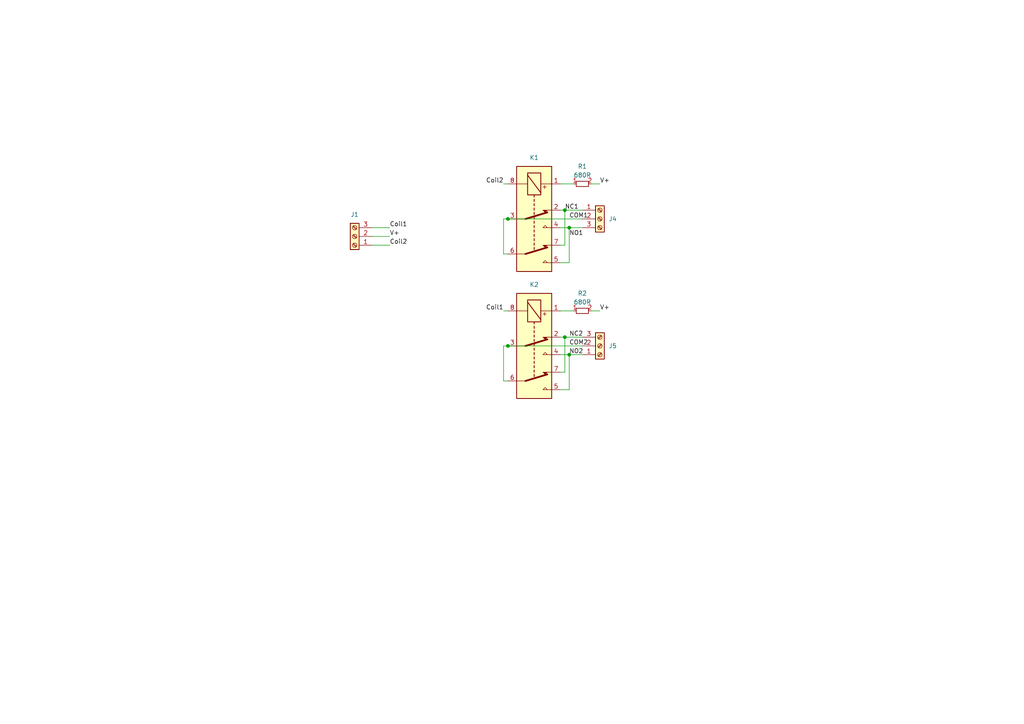
<source format=kicad_sch>
(kicad_sch (version 20231120) (generator "eeschema") (generator_version "8.0")
  (paper "A4")
  (lib_symbols
    (symbol "Connector:Screw_Terminal_01x03" (pin_names (offset 1.016) hide)
      (property "Reference" "J" (at 0 5.08 0))
      (property "Value" "Screw_Terminal_01x03" (at 0 -5.08 0))
      (symbol "Screw_Terminal_01x03_1_1"
        (rectangle (start -1.27 3.81) (end 1.27 -3.81) (stroke (width 0.254)) (fill (type background)))
        (circle (center 0 -2.54) (radius 0.635) (stroke (width 0.1524)))
        (polyline (pts (xy -0.5334 -2.2098) (xy 0.3302 -3.048)) (stroke (width 0.1524)))
        (polyline (pts (xy -0.5334 0.3302) (xy 0.3302 -0.508)) (stroke (width 0.1524)))
        (polyline (pts (xy -0.5334 2.8702) (xy 0.3302 2.032)) (stroke (width 0.1524)))
        (polyline (pts (xy -0.3556 -2.032) (xy 0.508 -2.8702)) (stroke (width 0.1524)))
        (polyline (pts (xy -0.3556 0.508) (xy 0.508 -0.3302)) (stroke (width 0.1524)))
        (polyline (pts (xy -0.3556 3.048) (xy 0.508 2.2098)) (stroke (width 0.1524)))
        (circle (center 0 0) (radius 0.635) (stroke (width 0.1524)))
        (circle (center 0 2.54) (radius 0.635) (stroke (width 0.1524)))
        (pin passive line (at -5.08 2.54 0) (length 3.81) (name "Pin_1") (number "1"))
        (pin passive line (at -5.08 0 0) (length 3.81) (name "Pin_2") (number "2"))
        (pin passive line (at -5.08 -2.54 0) (length 3.81) (name "Pin_3") (number "3"))
      )
    )
    (symbol "custom_kicad_lib_sk:G6K-2F-Y-TR DC12"
      (property "Reference" "K" (at 16.51 3.81 0))
      (property "JLCPCB Part#" "C397192" (at 0 0 0))
      (symbol "G6K-2F-Y-TR DC12_0_0"
        (text "+" (at -9.271 2.921 0) (effects (font (size 1.27 1.27))))
      )
      (symbol "G6K-2F-Y-TR DC12_0_1"
        (rectangle (start -15.24 5.08) (end 15.24 -5.08) (stroke (width 0.254)) (fill (type background)))
        (rectangle (start -13.335 1.905) (end -6.985 -1.905) (stroke (width 0.254)))
        (polyline (pts (xy -12.7 -1.905) (xy -7.62 1.905)) (stroke (width 0.254)))
        (polyline (pts (xy -10.16 -5.08) (xy -10.16 -1.905)))
        (polyline (pts (xy -10.16 5.08) (xy -10.16 1.905)))
        (polyline (pts (xy -6.985 0) (xy -6.35 0)) (stroke (width 0.254)))
        (polyline (pts (xy -5.715 0) (xy -5.08 0)) (stroke (width 0.254)))
        (polyline (pts (xy -4.445 0) (xy -3.81 0)) (stroke (width 0.254)))
        (polyline (pts (xy -3.175 0) (xy -2.54 0)) (stroke (width 0.254)))
        (polyline (pts (xy -1.905 0) (xy -1.27 0)) (stroke (width 0.254)))
        (polyline (pts (xy -0.635 0) (xy 0 0)) (stroke (width 0.254)))
        (polyline (pts (xy 0 -2.54) (xy -1.905 3.81)) (stroke (width 0.508)))
        (polyline (pts (xy 0 -2.54) (xy 0 -5.08)))
        (polyline (pts (xy 0.635 0) (xy 1.27 0)) (stroke (width 0.254)))
        (polyline (pts (xy 1.905 0) (xy 2.54 0)) (stroke (width 0.254)))
        (polyline (pts (xy 3.175 0) (xy 3.81 0)) (stroke (width 0.254)))
        (polyline (pts (xy 4.445 0) (xy 5.08 0)) (stroke (width 0.254)))
        (polyline (pts (xy 5.715 0) (xy 6.35 0)) (stroke (width 0.254)))
        (polyline (pts (xy 6.985 0) (xy 7.62 0)) (stroke (width 0.254)))
        (polyline (pts (xy 8.255 0) (xy 8.89 0)) (stroke (width 0.254)))
        (polyline (pts (xy 10.16 -2.54) (xy 8.255 3.81)) (stroke (width 0.508)))
        (polyline (pts (xy 10.16 -2.54) (xy 10.16 -5.08)))
        (polyline (pts (xy -2.54 5.08) (xy -2.54 2.54) (xy -1.905 3.175) (xy -2.54 3.81)) (fill (type outline)))
        (polyline (pts (xy 2.54 5.08) (xy 2.54 2.54) (xy 1.905 3.175) (xy 2.54 3.81)))
        (polyline (pts (xy 7.62 5.08) (xy 7.62 2.54) (xy 8.255 3.175) (xy 7.62 3.81)) (fill (type outline)))
        (polyline (pts (xy 12.7 5.08) (xy 12.7 2.54) (xy 12.065 3.175) (xy 12.7 3.81)))
      )
      (symbol "G6K-2F-Y-TR DC12_1_1"
        (pin passive line (at -10.16 7.62 270) (length 2.54) (name "~") (number "1"))
        (pin passive line (at -2.54 7.62 270) (length 2.54) (name "~") (number "2"))
        (pin passive line (at 0 -7.62 90) (length 2.54) (name "~") (number "3"))
        (pin passive line (at 2.54 7.62 270) (length 2.54) (name "~") (number "4"))
        (pin passive line (at 12.7 7.62 270) (length 2.54) (name "~") (number "5"))
        (pin passive line (at 10.16 -7.62 90) (length 2.54) (name "~") (number "6"))
        (pin passive line (at 7.62 7.62 270) (length 2.54) (name "~") (number "7"))
        (pin passive line (at -10.16 -7.62 90) (length 2.54) (name "~") (number "8"))
      )
    )
    (symbol "resistors_0603:R_680R_0603"
      (property "Reference" "R" (at 1.27 2.54 0))
      (property "Value" "680R" (at 2.54 -2.54 0))
      (symbol "R_680R_0603_0_1"
        (rectangle (start -0.762 1.778) (end 0.762 -1.778) (stroke (width 0.2032)))
      )
      (symbol "R_680R_0603_1_1"
        (pin passive line (at 0 2.54 270) (length 0.762) (name "~") (number "1"))
        (pin passive line (at 0 -2.54 90) (length 0.762) (name "~") (number "2"))
      )
    )
  )
  (junction (at 147.32 63.5))
  (junction (at 163.83 60.96))
  (junction (at 147.32 100.33))
  (junction (at 165.1 102.87))
  (junction (at 163.83 97.79))
  (junction (at 165.1 66.04))
  (wire (pts (xy 165.1 102.87) (xy 168.91 102.87)))
  (wire (pts (xy 162.56 76.2) (xy 165.1 76.2)))
  (wire (pts (xy 162.56 107.95) (xy 163.83 107.95)))
  (wire (pts (xy 173.99 90.17) (xy 171.45 90.17)))
  (wire (pts (xy 107.95 68.58) (xy 113.03 68.58)))
  (wire (pts (xy 162.56 97.79) (xy 163.83 97.79)))
  (wire (pts (xy 162.56 53.34) (xy 166.37 53.34)))
  (wire (pts (xy 107.95 66.04) (xy 113.03 66.04)))
  (wire (pts (xy 146.05 110.49) (xy 146.05 100.33)))
  (wire (pts (xy 162.56 102.87) (xy 165.1 102.87)))
  (wire (pts (xy 165.1 102.87) (xy 165.1 113.03)))
  (wire (pts (xy 162.56 113.03) (xy 165.1 113.03)))
  (wire (pts (xy 107.95 71.12) (xy 113.03 71.12)))
  (wire (pts (xy 147.32 73.66) (xy 146.05 73.66)))
  (wire (pts (xy 165.1 66.04) (xy 165.1 76.2)))
  (wire (pts (xy 146.05 63.5) (xy 147.32 63.5)))
  (wire (pts (xy 163.83 97.79) (xy 163.83 107.95)))
  (wire (pts (xy 163.83 60.96) (xy 163.83 71.12)))
  (wire (pts (xy 173.99 53.34) (xy 171.45 53.34)))
  (wire (pts (xy 146.05 73.66) (xy 146.05 63.5)))
  (wire (pts (xy 146.05 100.33) (xy 147.32 100.33)))
  (wire (pts (xy 163.83 97.79) (xy 168.91 97.79)))
  (wire (pts (xy 163.83 60.96) (xy 168.91 60.96)))
  (wire (pts (xy 165.1 66.04) (xy 168.91 66.04)))
  (wire (pts (xy 162.56 60.96) (xy 163.83 60.96)))
  (wire (pts (xy 147.32 110.49) (xy 146.05 110.49)))
  (wire (pts (xy 162.56 66.04) (xy 165.1 66.04)))
  (wire (pts (xy 146.05 53.34) (xy 147.32 53.34)))
  (wire (pts (xy 147.32 100.33) (xy 168.91 100.33)))
  (wire (pts (xy 146.05 90.17) (xy 147.32 90.17)))
  (wire (pts (xy 162.56 90.17) (xy 166.37 90.17)))
  (wire (pts (xy 162.56 71.12) (xy 163.83 71.12)))
  (wire (pts (xy 147.32 63.5) (xy 168.91 63.5)))
  (label "NO1" (at 165.1 68.58 0))
  (label "NC2" (at 165.1 97.79 0))
  (label "V+" (at 173.99 53.34 0))
  (label "Coil2" (at 113.03 71.12 0))
  (label "Coil2" (at 146.05 53.34 180))
  (label "Coil1" (at 113.03 66.04 0))
  (label "V+" (at 113.03 68.58 0))
  (label "COM1" (at 165.1 63.5 0))
  (label "V+" (at 173.99 90.17 0))
  (label "NO2" (at 165.1 102.87 0))
  (label "NC1" (at 163.83 60.96 0))
  (label "Coil1" (at 146.05 90.17 180))
  (label "COM2" (at 165.1 100.33 0))
  (symbol (lib_id "custom_kicad_lib_sk:G6K-2F-Y-TR DC12") (at 154.94 63.5 270) (unit 1)
    (property "Reference" "K1" (at 154.94 45.72 90))
    (property "Value" "G6K-2F-Y-TR DC12" (effects (hide yes)))
    (property "Footprint" "Relay_SMD:Relay_DPDT_Omron_G6K-2F-Y" (effects (hide yes)))
    (property "Datasheet" "http://omronfs.omron.com/en_US/ecb/products/pdf/en-g6k.pdf" (effects (hide yes)))
    (property "Description" "Miniature 2-pole relay, Single-side Stable" (effects (hide yes)))
    (property "JLCPCB Part#" "C397192" (effects (hide yes)))
  )
  (symbol (lib_id "resistors_0603:R_680R_0603") (at 168.91 90.17 90) (unit 1)
    (property "Reference" "R2" (at 168.91 85.09 90))
    (property "Value" "680R" (at 168.91 87.63 90))
    (property "Footprint" "custom_kicad_lib_sk:R_0603_smalltext" (effects (hide yes)))
    (property "JLCPCB Part#" "C17798" (effects (hide yes)))
  )
  (symbol (lib_id "Connector:Screw_Terminal_01x03") (at 102.87 68.58 180) (unit 1)
    (property "Reference" "J1" (at 102.87 62.23 0))
    (property "Value" "Screw_Terminal_01x03" (effects (hide yes)))
    (property "Footprint" "custom_kicad_lib_sk:connector_3.50mm_3P horizontal_MALE" (effects (hide yes)))
    (property "Description" "Generic screw terminal, single row, 01x03, script generated (kicad-library-utils/schlib/autogen/connector/)" (effects (hide yes)))
    (property "JLCPCB Part#" "C6394074" (effects (hide yes)))
  )
  (symbol (lib_id "Connector:Screw_Terminal_01x03") (at 173.99 100.33 0) (mirror x) (unit 1)
    (property "Reference" "J5" (at 176.53 100.3301 0) (effects (justify left)))
    (property "Value" "Screw_Terminal_01x03" (effects (hide yes)))
    (property "Footprint" "Connector_Phoenix_MC:PhoenixContact_MCV_1,5_3-G-3.5_1x03_P3.50mm_Vertical" (effects (hide yes)))
    (property "Description" "Generic screw terminal, single row, 01x03, script generated (kicad-library-utils/schlib/autogen/connector/)" (effects (hide yes)))
    (property "JLCPCB Part#" "C192778" (effects (hide yes)))
    (property "Mating Part#" "C560231" (effects (hide yes)))
  )
  (symbol (lib_id "Connector:Screw_Terminal_01x03") (at 173.99 63.5 0) (unit 1)
    (property "Reference" "J4" (at 176.53 63.4999 0) (effects (justify left)))
    (property "Value" "Screw_Terminal_01x03" (effects (hide yes)))
    (property "Footprint" "Connector_Phoenix_MC:PhoenixContact_MC_1,5_3-G-3.5_1x03_P3.50mm_Horizontal" (effects (hide yes)))
    (property "Description" "Generic screw terminal, single row, 01x03, script generated (kicad-library-utils/schlib/autogen/connector/)" (effects (hide yes)))
    (property "JLCPCB Part#" "C22380440" (effects (hide yes)))
  )
  (symbol (lib_id "resistors_0603:R_680R_0603") (at 168.91 53.34 90) (unit 1)
    (property "Reference" "R1" (at 168.91 48.26 90))
    (property "Value" "680R" (at 168.91 50.8 90))
    (property "Footprint" "custom_kicad_lib_sk:R_0603_smalltext" (effects (hide yes)))
    (property "JLCPCB Part#" "C17798" (effects (hide yes)))
  )
  (symbol (lib_id "custom_kicad_lib_sk:G6K-2F-Y-TR DC12") (at 154.94 100.33 270) (unit 1)
    (property "Reference" "K2" (at 154.94 82.55 90))
    (property "Value" "G6K-2F-Y-TR DC12" (effects (hide yes)))
    (property "Footprint" "Relay_SMD:Relay_DPDT_Omron_G6K-2F-Y" (effects (hide yes)))
    (property "Datasheet" "http://omronfs.omron.com/en_US/ecb/products/pdf/en-g6k.pdf" (effects (hide yes)))
    (property "Description" "Miniature 2-pole relay, Single-side Stable" (effects (hide yes)))
    (property "JLCPCB Part#" "C397192" (effects (hide yes)))
  )
)
</source>
